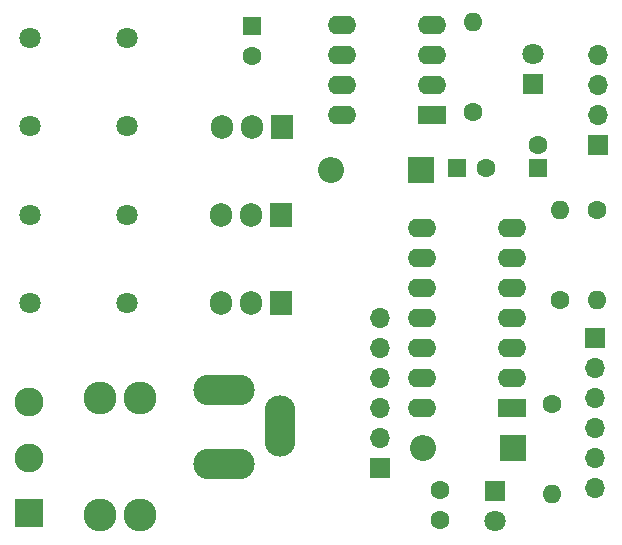
<source format=gbr>
G04 #@! TF.GenerationSoftware,KiCad,Pcbnew,(6.0.1-0)*
G04 #@! TF.CreationDate,2023-05-30T21:20:14-04:00*
G04 #@! TF.ProjectId,Rainbow,5261696e-626f-4772-9e6b-696361645f70,rev?*
G04 #@! TF.SameCoordinates,Original*
G04 #@! TF.FileFunction,Soldermask,Bot*
G04 #@! TF.FilePolarity,Negative*
%FSLAX46Y46*%
G04 Gerber Fmt 4.6, Leading zero omitted, Abs format (unit mm)*
G04 Created by KiCad (PCBNEW (6.0.1-0)) date 2023-05-30 21:20:14*
%MOMM*%
%LPD*%
G01*
G04 APERTURE LIST*
%ADD10R,1.600000X1.600000*%
%ADD11C,1.600000*%
%ADD12C,2.780000*%
%ADD13C,2.450000*%
%ADD14R,2.450000X2.450000*%
%ADD15O,1.600000X1.600000*%
%ADD16C,1.803400*%
%ADD17O,1.905000X2.000000*%
%ADD18R,1.905000X2.000000*%
%ADD19R,1.700000X1.700000*%
%ADD20O,1.700000X1.700000*%
%ADD21R,1.800000X1.800000*%
%ADD22C,1.800000*%
%ADD23R,2.200000X2.200000*%
%ADD24O,2.200000X2.200000*%
%ADD25R,2.400000X1.600000*%
%ADD26O,2.400000X1.600000*%
%ADD27O,5.200000X2.600000*%
%ADD28O,2.600000X5.200000*%
G04 APERTURE END LIST*
D10*
X164230000Y-78800000D03*
D11*
X164230000Y-76800000D03*
D10*
X157340000Y-78750000D03*
D11*
X159840000Y-78750000D03*
D12*
X130520000Y-98280000D03*
X127120000Y-98280000D03*
X127120000Y-108200000D03*
X130520000Y-108200000D03*
D13*
X121140000Y-98630000D03*
X121140000Y-103330000D03*
D14*
X121140000Y-108030000D03*
D11*
X155890000Y-106080000D03*
X155890000Y-108580000D03*
X169190000Y-82300000D03*
D15*
X169190000Y-89920000D03*
D16*
X129401200Y-67750001D03*
X121201201Y-67750001D03*
X129401200Y-75250001D03*
X121201201Y-75250001D03*
X129401200Y-82750001D03*
X121201201Y-82750001D03*
X129401200Y-90250001D03*
X121201201Y-90250001D03*
D17*
X137410000Y-82745000D03*
X139950000Y-82745000D03*
D18*
X142490000Y-82745000D03*
D19*
X150850000Y-104180000D03*
D20*
X150850000Y-101640000D03*
X150850000Y-99100000D03*
X150850000Y-96560000D03*
X150850000Y-94020000D03*
X150850000Y-91480000D03*
D19*
X169275000Y-76800000D03*
D20*
X169275000Y-74260000D03*
X169275000Y-71720000D03*
X169275000Y-69180000D03*
D21*
X163820000Y-71665000D03*
D22*
X163820000Y-69125000D03*
D19*
X168996560Y-93155000D03*
D20*
X168996560Y-95695000D03*
X168996560Y-98235000D03*
X168996560Y-100775000D03*
X168996560Y-103315000D03*
X168996560Y-105855000D03*
D21*
X160570000Y-106160000D03*
D22*
X160570000Y-108700000D03*
D11*
X158740000Y-74060000D03*
D15*
X158740000Y-66440000D03*
D18*
X142570000Y-75275000D03*
D17*
X140030000Y-75275000D03*
X137490000Y-75275000D03*
D10*
X139980000Y-66797620D03*
D11*
X139980000Y-69297620D03*
X165400000Y-98780000D03*
D15*
X165400000Y-106400000D03*
D23*
X154310000Y-78980000D03*
D24*
X146690000Y-78980000D03*
D11*
X166040000Y-89950000D03*
D15*
X166040000Y-82330000D03*
D25*
X162050000Y-99105000D03*
D26*
X162050000Y-96565000D03*
X162050000Y-94025000D03*
X162050000Y-91485000D03*
X162050000Y-88945000D03*
X162050000Y-86405000D03*
X162050000Y-83865000D03*
X154430000Y-83865000D03*
X154430000Y-86405000D03*
X154430000Y-88945000D03*
X154430000Y-91485000D03*
X154430000Y-94025000D03*
X154430000Y-96565000D03*
X154430000Y-99105000D03*
D27*
X137600000Y-97615000D03*
X137600000Y-103865000D03*
D28*
X142400000Y-100615000D03*
D23*
X162090000Y-102460000D03*
D24*
X154470000Y-102460000D03*
D17*
X137360000Y-90245000D03*
X139900000Y-90245000D03*
D18*
X142440000Y-90245000D03*
D25*
X155270000Y-74270000D03*
D26*
X155270000Y-71730000D03*
X155270000Y-69190000D03*
X155270000Y-66650000D03*
X147650000Y-66650000D03*
X147650000Y-69190000D03*
X147650000Y-71730000D03*
X147650000Y-74270000D03*
M02*

</source>
